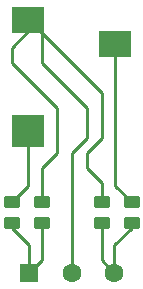
<source format=gbr>
%TF.GenerationSoftware,KiCad,Pcbnew,7.0.9*%
%TF.CreationDate,2023-12-20T10:12:01+01:00*%
%TF.ProjectId,DeHisser4IEM,44654869-7373-4657-9234-49454d2e6b69,rev?*%
%TF.SameCoordinates,PX77e7cd0PY40311b0*%
%TF.FileFunction,Copper,L1,Top*%
%TF.FilePolarity,Positive*%
%FSLAX46Y46*%
G04 Gerber Fmt 4.6, Leading zero omitted, Abs format (unit mm)*
G04 Created by KiCad (PCBNEW 7.0.9) date 2023-12-20 10:12:01*
%MOMM*%
%LPD*%
G01*
G04 APERTURE LIST*
G04 Aperture macros list*
%AMRoundRect*
0 Rectangle with rounded corners*
0 $1 Rounding radius*
0 $2 $3 $4 $5 $6 $7 $8 $9 X,Y pos of 4 corners*
0 Add a 4 corners polygon primitive as box body*
4,1,4,$2,$3,$4,$5,$6,$7,$8,$9,$2,$3,0*
0 Add four circle primitives for the rounded corners*
1,1,$1+$1,$2,$3*
1,1,$1+$1,$4,$5*
1,1,$1+$1,$6,$7*
1,1,$1+$1,$8,$9*
0 Add four rect primitives between the rounded corners*
20,1,$1+$1,$2,$3,$4,$5,0*
20,1,$1+$1,$4,$5,$6,$7,0*
20,1,$1+$1,$6,$7,$8,$9,0*
20,1,$1+$1,$8,$9,$2,$3,0*%
G04 Aperture macros list end*
%TA.AperFunction,SMDPad,CuDef*%
%ADD10RoundRect,0.250000X0.450000X-0.262500X0.450000X0.262500X-0.450000X0.262500X-0.450000X-0.262500X0*%
%TD*%
%TA.AperFunction,ComponentPad*%
%ADD11RoundRect,0.250000X-0.550000X-0.550000X0.550000X-0.550000X0.550000X0.550000X-0.550000X0.550000X0*%
%TD*%
%TA.AperFunction,ComponentPad*%
%ADD12C,1.600000*%
%TD*%
%TA.AperFunction,SMDPad,CuDef*%
%ADD13R,2.800000X2.200000*%
%TD*%
%TA.AperFunction,SMDPad,CuDef*%
%ADD14R,2.800000X2.800000*%
%TD*%
%TA.AperFunction,Conductor*%
%ADD15C,0.250000*%
%TD*%
G04 APERTURE END LIST*
D10*
%TO.P,REF\u002A\u002A,1*%
%TO.N,N/C*%
X1270000Y13057500D03*
%TO.P,REF\u002A\u002A,2*%
X1270000Y14882500D03*
%TD*%
D11*
%TO.P,REF\u002A\u002A,1*%
%TO.N,N/C*%
X2750000Y8890000D03*
D12*
%TO.P,REF\u002A\u002A,2*%
X6350000Y8890000D03*
%TO.P,REF\u002A\u002A,3*%
X9950000Y8890000D03*
%TD*%
D10*
%TO.P,REF\u002A\u002A,1*%
%TO.N,N/C*%
X8890000Y13057500D03*
%TO.P,REF\u002A\u002A,2*%
X8890000Y14882500D03*
%TD*%
%TO.P,REF\u002A\u002A,1*%
%TO.N,N/C*%
X3810000Y13057500D03*
%TO.P,REF\u002A\u002A,2*%
X3810000Y14882500D03*
%TD*%
%TO.P,REF\u002A\u002A,1*%
%TO.N,N/C*%
X11430000Y13057500D03*
%TO.P,REF\u002A\u002A,2*%
X11430000Y14882500D03*
%TD*%
D13*
%TO.P,REF\u002A\u002A,R*%
%TO.N,N/C*%
X10050000Y28270000D03*
%TO.P,REF\u002A\u002A,S*%
X2650000Y30270000D03*
D14*
%TO.P,REF\u002A\u002A,T*%
X2650000Y20870000D03*
%TD*%
D15*
%TO.N,*%
X3810000Y14882500D02*
X3810000Y17780000D01*
X5080000Y19050000D02*
X5080000Y22860000D01*
X5080000Y22860000D02*
X1270000Y26670000D01*
X3810000Y17780000D02*
X5080000Y19050000D01*
X1270000Y26670000D02*
X1270000Y27940000D01*
X1270000Y27940000D02*
X2650000Y29320000D01*
X2650000Y29320000D02*
X2650000Y30270000D01*
X8890000Y20320000D02*
X8890000Y24130000D01*
X7620000Y19050000D02*
X8890000Y20320000D01*
X7620000Y17780000D02*
X7620000Y19050000D01*
X8890000Y16510000D02*
X7620000Y17780000D01*
X8890000Y24130000D02*
X2750000Y30270000D01*
X2750000Y30270000D02*
X2650000Y30270000D01*
X8890000Y14882500D02*
X8890000Y16510000D01*
X3810000Y26670000D02*
X3810000Y29210000D01*
X7620000Y22860000D02*
X3810000Y26670000D01*
X7620000Y20320000D02*
X7620000Y22860000D01*
X3810000Y9950000D02*
X3810000Y13057500D01*
X2750000Y8890000D02*
X3810000Y9950000D01*
X2750000Y11220000D02*
X2750000Y8890000D01*
X2750000Y11220000D02*
X1270000Y12700000D01*
X9950000Y11220000D02*
X11430000Y12700000D01*
X9950000Y8890000D02*
X9950000Y11220000D01*
X8890000Y9950000D02*
X8890000Y13057500D01*
X9950000Y8890000D02*
X8890000Y9950000D01*
X10050000Y16262500D02*
X11430000Y14882500D01*
X10050000Y28270000D02*
X10050000Y16262500D01*
X2650000Y16262500D02*
X1270000Y14882500D01*
X2650000Y20870000D02*
X2650000Y16262500D01*
X6350000Y8890000D02*
X6350000Y17780000D01*
X6350000Y19050000D02*
X6350000Y17780000D01*
X7620000Y20320000D02*
X6350000Y19050000D01*
%TD*%
M02*

</source>
